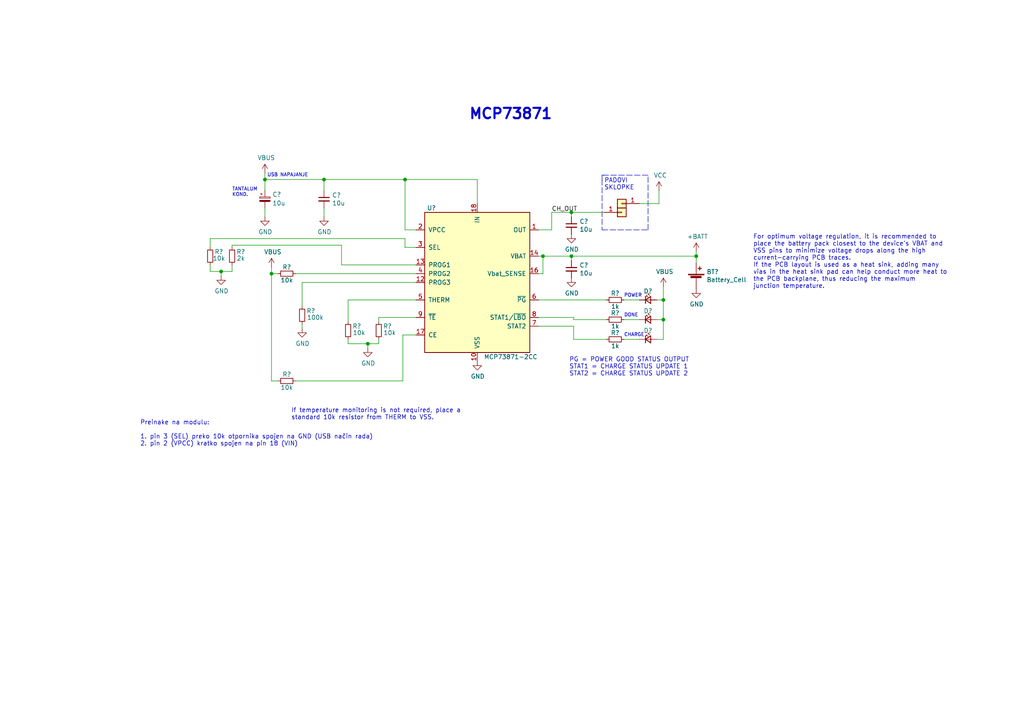
<source format=kicad_sch>
(kicad_sch (version 20211123) (generator eeschema)
  (paper "A4")
  (title_block (title "BoardGame") (date "2022-09-21") (rev "1"))
  (lib_symbols
    (symbol "Battery_Management:MCP73871-2CC" (pin_names (offset 1.016))
      (property "Reference" "U" (at -7.62 24.13 0))
      (property "Value" "MCP73871-2CC" (at -15.24 21.59 0))
      (symbol "MCP73871-2CC_0_1"
        (rectangle (start -15.24 20.32) (end 15.24 -20.32) (stroke (width 0.254)) (fill (type background)))
      )
      (symbol "MCP73871-2CC_1_1"
        (pin power_out line (at 17.78 15.24 180) (length 2.54) (name "OUT") (number "1"))
        (pin power_in line (at 0 -22.86 90) (length 2.54) (name "VSS") (number "10"))
        (pin passive line (at 0 -22.86 90) (length 2.54) hide (name "VSS") (number "11"))
        (pin bidirectional line (at -17.78 0 0) (length 2.54) (name "PROG3") (number "12"))
        (pin bidirectional line (at -17.78 5.08 0) (length 2.54) (name "PROG1") (number "13"))
        (pin power_out line (at 17.78 7.62 180) (length 2.54) (name "VBAT") (number "14"))
        (pin passive line (at 17.78 7.62 180) (length 2.54) hide (name "VBAT") (number "15"))
        (pin input line (at 17.78 2.54 180) (length 2.54) (name "Vbat_SENSE") (number "16"))
        (pin input line (at -17.78 -15.24 0) (length 2.54) (name "CE") (number "17"))
        (pin power_in line (at 0 22.86 270) (length 2.54) (name "IN") (number "18"))
        (pin passive line (at 0 22.86 270) (length 2.54) hide (name "IN") (number "19"))
        (pin input line (at -17.78 15.24 0) (length 2.54) (name "VPCC") (number "2"))
        (pin passive line (at 17.78 15.24 180) (length 2.54) hide (name "OUT") (number "20"))
        (pin passive line (at 0 -22.86 90) (length 2.54) hide (name "VSS") (number "21"))
        (pin input line (at -17.78 10.16 0) (length 2.54) (name "SEL") (number "3"))
        (pin input line (at -17.78 2.54 0) (length 2.54) (name "PROG2") (number "4"))
        (pin bidirectional line (at -17.78 -5.08 0) (length 2.54) (name "THERM") (number "5"))
        (pin open_collector line (at 17.78 -5.08 180) (length 2.54) (name "~{PG}") (number "6"))
        (pin open_collector line (at 17.78 -12.7 180) (length 2.54) (name "STAT2") (number "7"))
        (pin open_collector line (at 17.78 -10.16 180) (length 2.54) (name "STAT1/~{LBO}") (number "8"))
        (pin input line (at -17.78 -10.16 0) (length 2.54) (name "~{TE}") (number "9"))
      )
    )
    (symbol "Connector_Generic:Conn_01x01" (pin_names (offset 1.016) hide)
      (property "Reference" "J" (at 0 2.54 0))
      (property "Value" "Conn_01x01" (at 0 -2.54 0))
      (symbol "Conn_01x01_1_1"
        (rectangle (start -1.27 0.127) (end 0 -0.127) (stroke (width 0.1524)))
        (rectangle (start -1.27 1.27) (end 1.27 -1.27) (stroke (width 0.254)) (fill (type background)))
        (pin passive line (at -5.08 0 0) (length 3.81) (name "Pin_1") (number "1"))
      )
    )
    (symbol "Device:Battery_Cell" (pin_numbers hide) (pin_names (offset 0) hide)
      (property "Reference" "BT" (at 2.54 2.54 0))
      (property "Value" "Battery_Cell" (at 2.54 0 0))
      (symbol "Battery_Cell_0_1"
        (rectangle (start -2.286 1.778) (end 2.286 1.524) (fill (type outline)))
        (rectangle (start -1.5748 1.1938) (end 1.4732 0.6858) (fill (type outline)))
        (polyline (pts (xy 0 0.762) (xy 0 0)))
        (polyline (pts (xy 0 1.778) (xy 0 2.54)))
        (polyline (pts (xy 0.508 3.429) (xy 1.524 3.429)) (stroke (width 0.254)))
        (polyline (pts (xy 1.016 3.937) (xy 1.016 2.921)) (stroke (width 0.254)))
      )
      (symbol "Battery_Cell_1_1"
        (pin passive line (at 0 5.08 270) (length 2.54) (name "+") (number "1"))
        (pin passive line (at 0 -2.54 90) (length 2.54) (name "-") (number "2"))
      )
    )
    (symbol "Device:C_Polarized_Small" (pin_numbers hide) (pin_names (offset 0.254) hide)
      (property "Reference" "C" (at 0.254 1.778 0))
      (property "Value" "C_Polarized_Small" (at 0.254 -2.032 0))
      (symbol "C_Polarized_Small_0_1"
        (rectangle (start -1.524 -0.3048) (end 1.524 -0.6858) (fill (type outline)))
        (rectangle (start -1.524 0.6858) (end 1.524 0.3048))
        (polyline (pts (xy -1.27 1.524) (xy -0.762 1.524)))
        (polyline (pts (xy -1.016 1.27) (xy -1.016 1.778)))
      )
      (symbol "C_Polarized_Small_1_1"
        (pin passive line (at 0 2.54 270) (length 1.8542) (name "~") (number "1"))
        (pin passive line (at 0 -2.54 90) (length 1.8542) (name "~") (number "2"))
      )
    )
    (symbol "Device:C_Small" (pin_numbers hide) (pin_names (offset 0.254) hide)
      (property "Reference" "C" (at 0.254 1.778 0))
      (property "Value" "C_Small" (at 0.254 -2.032 0))
      (symbol "C_Small_0_1"
        (polyline (pts (xy -1.524 -0.508) (xy 1.524 -0.508)) (stroke (width 0.3302)))
        (polyline (pts (xy -1.524 0.508) (xy 1.524 0.508)) (stroke (width 0.3048)))
      )
      (symbol "C_Small_1_1"
        (pin passive line (at 0 2.54 270) (length 2.032) (name "~") (number "1"))
        (pin passive line (at 0 -2.54 90) (length 2.032) (name "~") (number "2"))
      )
    )
    (symbol "Device:LED_Small" (pin_numbers hide) (pin_names (offset 0.254) hide)
      (property "Reference" "D" (at -1.27 3.175 0))
      (property "Value" "LED_Small" (at -4.445 -2.54 0))
      (symbol "LED_Small_0_1"
        (polyline (pts (xy -0.762 -1.016) (xy -0.762 1.016)) (stroke (width 0.254)))
        (polyline (pts (xy 1.016 0) (xy -0.762 0)))
        (polyline (pts (xy 0.762 -1.016) (xy -0.762 0) (xy 0.762 1.016) (xy 0.762 -1.016)) (stroke (width 0.254)))
        (polyline (pts (xy 0 0.762) (xy -0.508 1.27) (xy -0.254 1.27) (xy -0.508 1.27) (xy -0.508 1.016)))
        (polyline (pts (xy 0.508 1.27) (xy 0 1.778) (xy 0.254 1.778) (xy 0 1.778) (xy 0 1.524)))
      )
      (symbol "LED_Small_1_1"
        (pin passive line (at -2.54 0 0) (length 1.778) (name "K") (number "1"))
        (pin passive line (at 2.54 0 180) (length 1.778) (name "A") (number "2"))
      )
    )
    (symbol "Device:R_Small" (pin_numbers hide) (pin_names (offset 0.254) hide)
      (property "Reference" "R" (at 0.762 0.508 0))
      (property "Value" "R_Small" (at 0.762 -1.016 0))
      (symbol "R_Small_0_1"
        (rectangle (start -0.762 1.778) (end 0.762 -1.778) (stroke (width 0.2032)))
      )
      (symbol "R_Small_1_1"
        (pin passive line (at 0 2.54 270) (length 0.762) (name "~") (number "1"))
        (pin passive line (at 0 -2.54 90) (length 0.762) (name "~") (number "2"))
      )
    )
    (symbol "power:+BATT" (power) (pin_names (offset 0))
      (property "Value" "+BATT" (at 0 3.556 0))
      (symbol "+BATT_0_1"
        (polyline (pts (xy -0.762 1.27) (xy 0 2.54)))
        (polyline (pts (xy 0 0) (xy 0 2.54)))
        (polyline (pts (xy 0 2.54) (xy 0.762 1.27)))
      )
      (symbol "+BATT_1_1"
        (pin power_in line (at 0 0 90) (length 0) hide (name "+BATT") (number "1"))
      )
    )
    (symbol "power:GND" (power) (pin_names (offset 0))
      (property "Value" "GND" (at 0 -3.81 0))
      (symbol "GND_0_1"
        (polyline (pts (xy 0 0) (xy 0 -1.27) (xy 1.27 -1.27) (xy 0 -2.54) (xy -1.27 -1.27) (xy 0 -1.27)))
      )
      (symbol "GND_1_1"
        (pin power_in line (at 0 0 270) (length 0) hide (name "GND") (number "1"))
      )
    )
    (symbol "power:VBUS" (power) (pin_names (offset 0))
      (property "Value" "VBUS" (at 0 3.81 0))
      (symbol "VBUS_0_1"
        (polyline (pts (xy -0.762 1.27) (xy 0 2.54)))
        (polyline (pts (xy 0 0) (xy 0 2.54)))
        (polyline (pts (xy 0 2.54) (xy 0.762 1.27)))
      )
      (symbol "VBUS_1_1"
        (pin power_in line (at 0 0 90) (length 0) hide (name "VBUS") (number "1"))
      )
    )
    (symbol "power:VCC" (power) (pin_names (offset 0))
      (property "Value" "VCC" (at 0 3.81 0))
      (symbol "VCC_0_1"
        (polyline (pts (xy -0.762 1.27) (xy 0 2.54)))
        (polyline (pts (xy 0 0) (xy 0 2.54)))
        (polyline (pts (xy 0 2.54) (xy 0.762 1.27)))
      )
      (symbol "VCC_1_1"
        (pin power_in line (at 0 0 90) (length 0) hide (name "VCC") (number "1"))
      )
    )
  )
  (junction (at 201.93 74.295))
  (junction (at 165.735 74.295))
  (junction (at 117.475 52.07))
  (junction (at 165.735 61.595))
  (junction (at 93.98 52.07))
  (junction (at 157.48 74.295))
  (junction (at 76.835 52.07))
  (junction (at 192.405 86.995))
  (junction (at 78.74 79.375))
  (junction (at 64.135 78.74))
  (junction (at 192.405 92.71))
  (junction (at 106.68 99.695))
  (wire (pts (xy 201.93 73.025) (xy 201.93 74.295)))
  (wire (pts (xy 93.98 52.07) (xy 117.475 52.07)))
  (wire (pts (xy 76.835 52.07) (xy 76.835 55.245)))
  (wire (pts (xy 192.405 86.995) (xy 192.405 92.71)))
  (wire (pts (xy 165.735 74.295) (xy 201.93 74.295)))
  (wire (pts (xy 160.02 61.595) (xy 165.735 61.595)))
  (wire (pts (xy 60.96 69.215) (xy 117.475 69.215)))
  (polyline (pts (xy 187.96 66.675) (xy 187.96 50.8)))
  (wire (pts (xy 191.135 55.245) (xy 191.135 59.055)))
  (wire (pts (xy 109.855 99.695) (xy 109.855 98.425)))
  (wire (pts (xy 67.31 71.12) (xy 67.31 71.755)))
  (polyline (pts (xy 174.625 66.675) (xy 187.96 66.675)))
  (wire (pts (xy 156.21 74.295) (xy 157.48 74.295)))
  (wire (pts (xy 106.68 99.695) (xy 100.965 99.695)))
  (wire (pts (xy 192.405 92.71) (xy 192.405 98.425)))
  (wire (pts (xy 85.725 79.375) (xy 120.65 79.375)))
  (wire (pts (xy 93.98 55.245) (xy 93.98 52.07)))
  (wire (pts (xy 156.21 86.995) (xy 175.895 86.995)))
  (wire (pts (xy 166.37 94.615) (xy 166.37 98.425)))
  (wire (pts (xy 160.02 66.675) (xy 160.02 61.595)))
  (wire (pts (xy 64.135 78.74) (xy 64.135 80.01)))
  (wire (pts (xy 100.965 93.345) (xy 100.965 86.995)))
  (wire (pts (xy 117.475 71.755) (xy 120.65 71.755)))
  (wire (pts (xy 60.96 76.835) (xy 60.96 78.74)))
  (wire (pts (xy 117.475 52.07) (xy 138.43 52.07)))
  (wire (pts (xy 60.96 78.74) (xy 64.135 78.74)))
  (wire (pts (xy 190.5 98.425) (xy 192.405 98.425)))
  (polyline (pts (xy 174.625 52.07) (xy 174.625 66.675)))
  (wire (pts (xy 190.5 86.995) (xy 192.405 86.995)))
  (wire (pts (xy 109.855 92.075) (xy 109.855 93.345)))
  (wire (pts (xy 120.65 66.675) (xy 117.475 66.675)))
  (polyline (pts (xy 174.625 50.8) (xy 175.26 50.8)))
  (wire (pts (xy 190.5 92.71) (xy 192.405 92.71)))
  (wire (pts (xy 116.84 110.49) (xy 116.84 97.155)))
  (wire (pts (xy 87.63 81.915) (xy 87.63 88.9)))
  (wire (pts (xy 185.42 59.055) (xy 191.135 59.055)))
  (wire (pts (xy 138.43 52.07) (xy 138.43 59.055)))
  (wire (pts (xy 93.98 62.865) (xy 93.98 60.325)))
  (wire (pts (xy 165.735 61.595) (xy 175.26 61.595)))
  (wire (pts (xy 157.48 79.375) (xy 157.48 74.295)))
  (wire (pts (xy 175.895 98.425) (xy 166.37 98.425)))
  (wire (pts (xy 76.835 60.325) (xy 76.835 62.865)))
  (wire (pts (xy 100.965 86.995) (xy 120.65 86.995)))
  (wire (pts (xy 99.06 71.12) (xy 67.31 71.12)))
  (wire (pts (xy 157.48 74.295) (xy 165.735 74.295)))
  (wire (pts (xy 76.835 52.07) (xy 93.98 52.07)))
  (wire (pts (xy 106.68 99.695) (xy 109.855 99.695)))
  (wire (pts (xy 85.725 110.49) (xy 116.84 110.49)))
  (wire (pts (xy 76.835 50.165) (xy 76.835 52.07)))
  (wire (pts (xy 166.37 92.71) (xy 166.37 92.075)))
  (wire (pts (xy 78.74 79.375) (xy 78.74 110.49)))
  (wire (pts (xy 156.21 92.075) (xy 166.37 92.075)))
  (wire (pts (xy 78.74 77.47) (xy 78.74 79.375)))
  (wire (pts (xy 175.895 92.71) (xy 166.37 92.71)))
  (wire (pts (xy 120.65 92.075) (xy 109.855 92.075)))
  (wire (pts (xy 156.21 66.675) (xy 160.02 66.675)))
  (wire (pts (xy 99.06 76.835) (xy 120.65 76.835)))
  (wire (pts (xy 64.135 78.74) (xy 67.31 78.74)))
  (wire (pts (xy 165.735 74.295) (xy 165.735 75.565)))
  (wire (pts (xy 180.975 86.995) (xy 185.42 86.995)))
  (wire (pts (xy 78.74 110.49) (xy 80.645 110.49)))
  (wire (pts (xy 100.965 98.425) (xy 100.965 99.695)))
  (polyline (pts (xy 187.96 50.8) (xy 174.625 50.8)))
  (wire (pts (xy 156.21 79.375) (xy 157.48 79.375)))
  (wire (pts (xy 78.74 79.375) (xy 80.645 79.375)))
  (wire (pts (xy 99.06 76.835) (xy 99.06 71.12)))
  (wire (pts (xy 201.93 76.2) (xy 201.93 74.295)))
  (polyline (pts (xy 174.625 52.07) (xy 174.625 50.8)))
  (wire (pts (xy 106.68 100.965) (xy 106.68 99.695)))
  (wire (pts (xy 192.405 83.185) (xy 192.405 86.995)))
  (wire (pts (xy 180.975 92.71) (xy 185.42 92.71)))
  (wire (pts (xy 60.96 69.215) (xy 60.96 71.755)))
  (wire (pts (xy 180.975 98.425) (xy 185.42 98.425)))
  (wire (pts (xy 87.63 81.915) (xy 120.65 81.915)))
  (wire (pts (xy 67.31 76.835) (xy 67.31 78.74)))
  (wire (pts (xy 156.21 94.615) (xy 166.37 94.615)))
  (wire (pts (xy 116.84 97.155) (xy 120.65 97.155)))
  (wire (pts (xy 117.475 69.215) (xy 117.475 71.755)))
  (wire (pts (xy 87.63 95.25) (xy 87.63 93.98)))
  (wire (pts (xy 165.735 61.595) (xy 165.735 62.865)))
  (wire (pts (xy 117.475 66.675) (xy 117.475 52.07)))
  (text "PG = POWER GOOD STATUS OUTPUT\nSTAT1 = CHARGE STATUS UPDATE 1\nSTAT2 = CHARGE STATUS UPDATE 2" (at 165.1 109.22 0) (effects (font (size 1.27 1.27)) (justify left bottom)))
  (text "TANTALUM\nKOND." (at 67.31 57.15 0) (effects (font (size 0.9906 0.9906)) (justify left bottom)))
  (text "CHARGE" (at 180.975 97.79 0) (effects (font (size 0.9906 0.9906)) (justify left bottom)))
  (text "USB NAPAJANJE" (at 77.47 51.435 0) (effects (font (size 0.9906 0.9906)) (justify left bottom)))
  (text "PADOVI\nSKLOPKE" (at 175.26 55.245 0) (effects (font (size 1.27 1.27)) (justify left bottom)))
  (text "For optimum voltage regulation, it is recommended to\nplace the battery pack closest to the device's VBAT and\nVSS pins to minimize voltage drops along the high\ncurrent-carrying PCB traces.\nIf the PCB layout is used as a heat sink, adding many\nvias in the heat sink pad can help conduct more heat to\nthe PCB backplane, thus reducing the maximum\njunction temperature." (at 218.44 83.82 0) (effects (font (size 1.27 1.27)) (justify left bottom)))
  (text "MCP73871" (at 135.89 34.925 0) (effects (font (size 3 3) (thickness 0.6) bold) (justify left bottom)))
  (text "POWER" (at 180.975 86.36 0) (effects (font (size 0.9906 0.9906)) (justify left bottom)))
  (text "If temperature monitoring is not required, place a\nstandard 10k resistor from THERM to VSS." (at 84.455 121.92 0) (effects (font (size 1.27 1.27)) (justify left bottom)))
  (text "Preinake na modulu:\n\n1. pin 3 (SEL) preko 10k otpornika spojen na GND (USB način rada)\n2. pin 2 (VPCC) kratko spojen na pin 18 (VIN)" (at 40.64 129.54 0) (effects (font (size 1.27 1.27)) (justify left bottom)))
  (text "DONE" (at 180.975 92.075 0) (effects (font (size 0.9906 0.9906)) (justify left bottom)))
  (label "CH_OUT" (at 160.02 61.595 0))
  (symbol (lib_id "power:GND") (at 76.835 62.865 0) (unit 1)
    (property "Reference" "#PWR?" (effects hide))
    (property "Value" "GND" (at 76.962 67.2592 0))
  )
  (symbol (lib_id "Device:C_Small") (at 93.98 57.785 0) (unit 1)
    (property "Reference" "C?" (at 96.3168 56.6166 0) (effects (justify left)))
    (property "Value" "10u" (at 96.3168 58.928 0) (effects (justify left)))
    (property "Footprint" "Capacitor_SMD:C_0603_1608Metric" (effects hide))
  )
  (symbol (lib_id "Connector_Generic:Conn_01x01") (at 180.34 59.055 180) (unit 1)
    (property "Reference" "J?" (effects hide))
    (property "Value" "Conn_01x01" (effects hide))
  )
  (symbol (lib_id "power:GND") (at 165.735 67.945 0) (unit 1)
    (property "Reference" "#PWR?" (effects hide))
    (property "Value" "GND" (at 165.862 72.3392 0))
  )
  (symbol (lib_id "Device:C_Polarized_Small") (at 76.835 57.785 0) (unit 1)
    (property "Reference" "C?" (at 78.994 56.4042 0) (effects (justify left)))
    (property "Value" "10u" (at 78.994 58.9411 0) (effects (justify left)))
    (property "Footprint" "Capacitor_Tantalum_SMD:CP_EIA-3528-21_Kemet-B" (effects hide))
  )
  (symbol (lib_id "Device:R_Small") (at 60.96 74.295 0) (unit 1)
    (property "Reference" "R?" (at 63.5 73.025 0))
    (property "Value" "10k" (at 63.5 74.93 0))
    (property "Footprint" "Resistor_SMD:R_0603_1608Metric" (effects hide))
  )
  (symbol (lib_id "power:GND") (at 201.93 83.82 0) (unit 1)
    (property "Reference" "#PWR?" (effects hide))
    (property "Value" "GND" (at 202.057 88.2142 0))
  )
  (symbol (lib_id "Device:C_Small") (at 165.735 65.405 0) (unit 1)
    (property "Reference" "C?" (at 168.0718 64.2366 0) (effects (justify left)))
    (property "Value" "10u" (at 168.0718 66.548 0) (effects (justify left)))
    (property "Footprint" "Capacitor_SMD:C_0603_1608Metric" (effects hide))
  )
  (symbol (lib_id "Device:R_Small") (at 109.855 95.885 0) (unit 1)
    (property "Reference" "R?" (at 112.395 94.615 0))
    (property "Value" "10k" (at 113.03 96.52 0))
    (property "Footprint" "Resistor_SMD:R_0603_1608Metric" (effects hide))
  )
  (symbol (lib_id "power:VCC") (at 191.135 55.245 0) (unit 1)
    (property "Reference" "#PWR?" (effects hide))
    (property "Value" "VCC" (at 191.516 50.8508 0))
  )
  (symbol (lib_id "Device:R_Small") (at 178.435 92.71 90) (unit 1)
    (property "Reference" "R?" (at 178.435 90.805 90))
    (property "Value" "1k" (at 178.435 94.615 90))
    (property "Footprint" "Resistor_SMD:R_0603_1608Metric" (effects hide))
  )
  (symbol (lib_id "Device:C_Small") (at 165.735 78.105 0) (unit 1)
    (property "Reference" "C?" (at 168.0718 76.9366 0) (effects (justify left)))
    (property "Value" "10u" (at 168.0718 79.248 0) (effects (justify left)))
    (property "Footprint" "Capacitor_SMD:C_0603_1608Metric" (effects hide))
  )
  (symbol (lib_id "Device:R_Small") (at 178.435 86.995 90) (unit 1)
    (property "Reference" "R?" (at 178.435 85.09 90))
    (property "Value" "1k" (at 178.435 88.9 90))
    (property "Footprint" "Resistor_SMD:R_0603_1608Metric" (effects hide))
  )
  (symbol (lib_id "power:GND") (at 138.43 104.775 0) (unit 1)
    (property "Reference" "#PWR?" (effects hide))
    (property "Value" "GND" (at 138.557 109.1692 0))
  )
  (symbol (lib_id "Device:R_Small") (at 100.965 95.885 0) (unit 1)
    (property "Reference" "R?" (at 103.505 94.615 0))
    (property "Value" "10k" (at 104.14 96.52 0))
    (property "Footprint" "Resistor_SMD:R_0603_1608Metric" (effects hide))
  )
  (symbol (lib_id "power:GND") (at 93.98 62.865 0) (unit 1)
    (property "Reference" "#PWR?" (effects hide))
    (property "Value" "GND" (at 94.107 67.2592 0))
  )
  (symbol (lib_id "Device:LED_Small") (at 187.96 92.71 0) (unit 1)
    (property "Reference" "D?" (at 187.96 90.17 0))
    (property "Value" "LED_Small" (effects hide))
    (property "Footprint" "LED_SMD:LED_0603_1608Metric" (effects hide))
  )
  (symbol (lib_id "Device:R_Small") (at 83.185 110.49 90) (unit 1)
    (property "Reference" "R?" (at 83.185 108.585 90))
    (property "Value" "10k" (at 83.185 112.395 90))
    (property "Footprint" "Resistor_SMD:R_0603_1608Metric" (effects hide))
  )
  (symbol (lib_id "Device:R_Small") (at 178.435 98.425 90) (unit 1)
    (property "Reference" "R?" (at 178.435 96.52 90))
    (property "Value" "1k" (at 178.435 100.33 90))
    (property "Footprint" "Resistor_SMD:R_0603_1608Metric" (effects hide))
  )
  (symbol (lib_id "power:VBUS") (at 76.835 50.165 0) (unit 1)
    (property "Reference" "#PWR?" (effects hide))
    (property "Value" "VBUS" (at 77.216 45.7708 0))
  )
  (symbol (lib_id "Device:LED_Small") (at 187.96 98.425 0) (unit 1)
    (property "Reference" "D?" (at 187.96 95.885 0))
    (property "Value" "LED_Small" (effects hide))
    (property "Footprint" "LED_SMD:LED_0603_1608Metric" (effects hide))
  )
  (symbol (lib_id "power:GND") (at 165.735 80.645 0) (unit 1)
    (property "Reference" "#PWR?" (effects hide))
    (property "Value" "GND" (at 165.862 85.0392 0))
  )
  (symbol (lib_id "Device:R_Small") (at 83.185 79.375 270) (unit 1)
    (property "Reference" "R?" (at 83.185 77.47 90))
    (property "Value" "10k" (at 83.185 81.28 90))
    (property "Footprint" "Resistor_SMD:R_0603_1608Metric" (effects hide))
  )
  (symbol (lib_id "Device:R_Small") (at 87.63 91.44 0) (unit 1)
    (property "Reference" "R?" (at 90.17 90.17 0))
    (property "Value" "100k" (at 91.44 92.075 0))
    (property "Footprint" "Resistor_SMD:R_0603_1608Metric" (effects hide))
  )
  (symbol (lib_id "Connector_Generic:Conn_01x01") (at 180.34 61.595 0) (unit 1)
    (property "Reference" "J?" (effects hide))
    (property "Value" "Conn_01x01" (effects hide))
  )
  (symbol (lib_id "power:GND") (at 87.63 95.25 0) (unit 1)
    (property "Reference" "#PWR?" (effects hide))
    (property "Value" "GND" (at 87.757 99.6442 0))
  )
  (symbol (lib_id "power:+BATT") (at 201.93 73.025 0) (unit 1)
    (property "Reference" "#PWR?" (effects hide))
    (property "Value" "+BATT" (at 202.311 68.6308 0))
  )
  (symbol (lib_id "Battery_Management:MCP73871-2CC") (at 138.43 81.915 0) (unit 1)
    (property "Reference" "U?" (at 123.825 60.325 0) (effects (justify left)))
    (property "Value" "MCP73871-2CC" (at 140.335 103.505 0) (effects (justify left)))
    (property "Footprint" "Package_DFN_QFN:QFN-20-1EP_4x4mm_P0.5mm_EP2.5x2.5mm" (effects hide))
    (property "Datasheet" "http://www.mouser.com/ds/2/268/22090a-52174.pdf" (effects hide))
  )
  (symbol (lib_id "power:GND") (at 64.135 80.01 0) (unit 1)
    (property "Reference" "#PWR?" (effects hide))
    (property "Value" "GND" (at 64.262 84.4042 0))
  )
  (symbol (lib_id "power:GND") (at 106.68 100.965 0) (unit 1)
    (property "Reference" "#PWR?" (effects hide))
    (property "Value" "GND" (at 106.807 105.3592 0))
  )
  (symbol (lib_id "Device:R_Small") (at 67.31 74.295 0) (unit 1)
    (property "Reference" "R?" (at 69.85 73.025 0))
    (property "Value" "2k" (at 69.85 74.93 0))
    (property "Footprint" "Resistor_SMD:R_0603_1608Metric" (effects hide))
  )
  (symbol (lib_id "power:VBUS") (at 78.74 77.47 0) (unit 1)
    (property "Reference" "#PWR?" (effects hide))
    (property "Value" "VBUS" (at 79.121 73.0758 0))
  )
  (symbol (lib_id "Device:Battery_Cell") (at 201.93 81.28 0) (unit 1)
    (property "Reference" "BT?" (at 204.9272 78.8416 0) (effects (justify left)))
    (property "Value" "Battery_Cell" (at 204.9272 81.153 0) (effects (justify left)))
  )
  (symbol (lib_id "power:VBUS") (at 192.405 83.185 0) (unit 1)
    (property "Reference" "#PWR?" (effects hide))
    (property "Value" "VBUS" (at 192.786 78.7908 0))
  )
  (symbol (lib_id "Device:LED_Small") (at 187.96 86.995 0) (unit 1)
    (property "Reference" "D?" (at 187.96 84.455 0))
    (property "Value" "LED_Small" (effects hide))
    (property "Footprint" "LED_SMD:LED_0603_1608Metric" (effects hide))
  )
)
</source>
